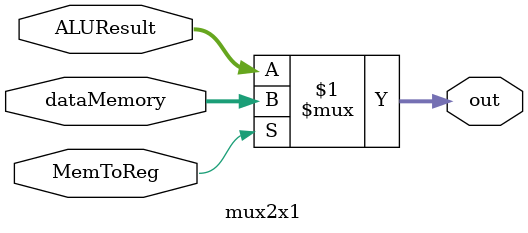
<source format=v>
module mux2x1(
        input [31:0] ALUResult,
        input [31:0] dataMemory,
        input wire MemToReg,
        output [31:0] out 
    );

        assign out = (MemToReg) ? dataMemory : ALUResult;

endmodule
</source>
